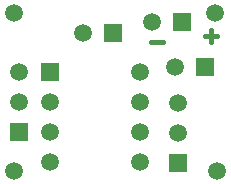
<source format=gtl>
%FSDAX24Y24*%
%MOMM*%
%SFA1B1*%

%IPPOS*%
%ADD10C,0.399999*%
%ADD11R,1.499997X1.499997*%
%ADD12C,1.499997*%
%ADD13R,1.499997X1.499997*%
%ADD14C,1.519997*%
%LNpwmdriver-1*%
%LPD*%
G54D10*
X446999Y1231900D02*
X457200D01*
X452099Y1236999D02*
Y1226799D01*
X401299D02*
X411499D01*
G54D11*
X446999Y1205199D03*
X427999Y1243299D03*
X316199Y1201399D03*
G54D12*
X421599Y1205199D03*
X344199Y1234399D03*
X402599Y1243299D03*
X392399Y1125199D03*
Y1150599D03*
Y1175999D03*
Y1201399D03*
X316199Y1125199D03*
Y1150599D03*
Y1175999D03*
X289599D03*
Y1201399D03*
X424199Y1174699D03*
Y1149299D03*
G54D13*
X369599Y1234399D03*
X289599Y1150599D03*
X424199Y1123899D03*
G54D14*
X455899Y1250999D03*
X457200Y1117600D03*
X285799D03*
Y1250999D03*
M02*
</source>
